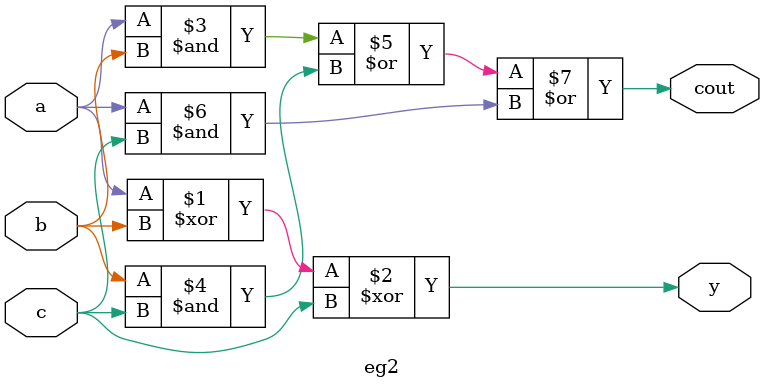
<source format=v>
module eg2(input a, b, c, output y, cout);
	assign y = a ^ b ^ c;
	assign cout = a & b | b & c | a & c;
endmodule

</source>
